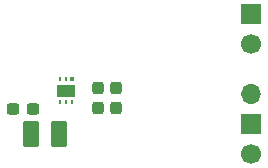
<source format=gts>
G04 #@! TF.GenerationSoftware,KiCad,Pcbnew,8.0.5*
G04 #@! TF.CreationDate,2024-09-21T11:01:11+02:00*
G04 #@! TF.ProjectId,XC9148-breakout,58433931-3438-42d6-9272-65616b6f7574,rev?*
G04 #@! TF.SameCoordinates,Original*
G04 #@! TF.FileFunction,Soldermask,Top*
G04 #@! TF.FilePolarity,Negative*
%FSLAX46Y46*%
G04 Gerber Fmt 4.6, Leading zero omitted, Abs format (unit mm)*
G04 Created by KiCad (PCBNEW 8.0.5) date 2024-09-21 11:01:11*
%MOMM*%
%LPD*%
G01*
G04 APERTURE LIST*
G04 Aperture macros list*
%AMRoundRect*
0 Rectangle with rounded corners*
0 $1 Rounding radius*
0 $2 $3 $4 $5 $6 $7 $8 $9 X,Y pos of 4 corners*
0 Add a 4 corners polygon primitive as box body*
4,1,4,$2,$3,$4,$5,$6,$7,$8,$9,$2,$3,0*
0 Add four circle primitives for the rounded corners*
1,1,$1+$1,$2,$3*
1,1,$1+$1,$4,$5*
1,1,$1+$1,$6,$7*
1,1,$1+$1,$8,$9*
0 Add four rect primitives between the rounded corners*
20,1,$1+$1,$2,$3,$4,$5,0*
20,1,$1+$1,$4,$5,$6,$7,0*
20,1,$1+$1,$6,$7,$8,$9,0*
20,1,$1+$1,$8,$9,$2,$3,0*%
G04 Aperture macros list end*
%ADD10C,1.700000*%
%ADD11R,1.700000X1.700000*%
%ADD12O,1.700000X1.700000*%
%ADD13RoundRect,0.250001X0.462499X0.849999X-0.462499X0.849999X-0.462499X-0.849999X0.462499X-0.849999X0*%
%ADD14RoundRect,0.237500X0.237500X-0.300000X0.237500X0.300000X-0.237500X0.300000X-0.237500X-0.300000X0*%
%ADD15RoundRect,0.237500X-0.300000X-0.237500X0.300000X-0.237500X0.300000X0.237500X-0.300000X0.237500X0*%
%ADD16R,0.350000X0.450000*%
%ADD17R,0.250000X0.450000*%
%ADD18R,1.600000X1.000000*%
%ADD19R,0.100000X0.900000*%
G04 APERTURE END LIST*
D10*
X117410000Y-66630000D03*
D11*
X117410000Y-64090000D03*
D12*
X117410000Y-61550000D03*
D10*
X117410000Y-57280000D03*
D11*
X117410000Y-54740000D03*
D13*
X101120000Y-64930000D03*
X98795000Y-64930000D03*
D14*
X105940000Y-62745000D03*
X105940000Y-61020000D03*
D15*
X97207500Y-62790000D03*
X98932500Y-62790000D03*
D14*
X104420000Y-62740000D03*
X104420000Y-61015000D03*
D16*
X102260000Y-60320000D03*
D17*
X101710000Y-60320000D03*
X101210000Y-60320000D03*
X101210000Y-62270000D03*
X101710000Y-62270000D03*
X102210000Y-62270000D03*
D18*
X101710000Y-61295000D03*
D19*
X102560000Y-61295000D03*
X100860000Y-61295000D03*
M02*

</source>
